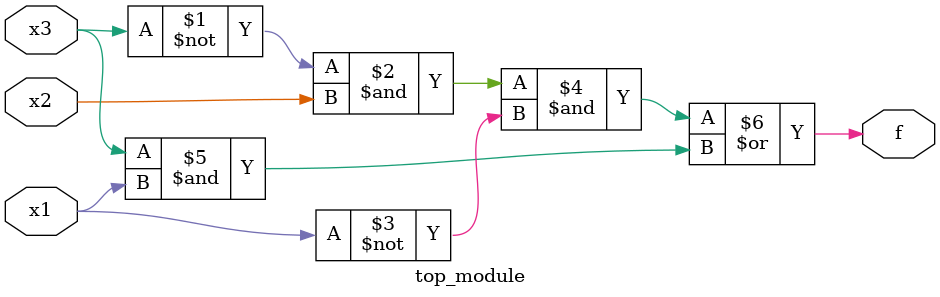
<source format=sv>
module top_module (
    input x3,
    input x2,
    input x1,
    output f
);

assign f = (~x3 & x2 & ~x1) | (x3 & x1);

endmodule

</source>
